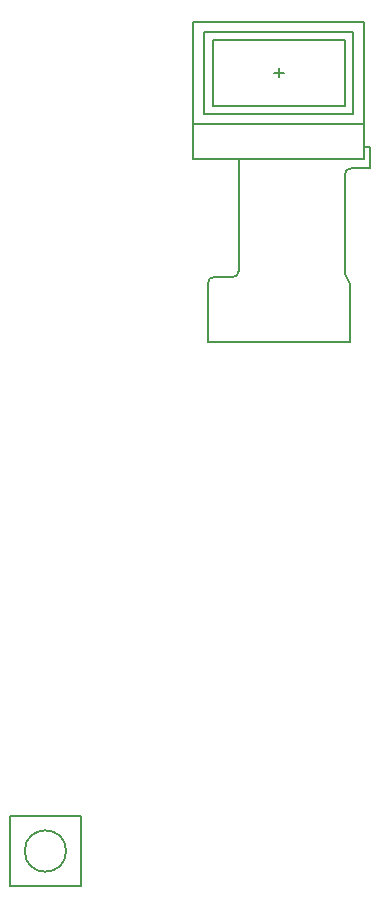
<source format=gbo>
G04 #@! TF.FileFunction,Legend,Bot*
%FSLAX46Y46*%
G04 Gerber Fmt 4.6, Leading zero omitted, Abs format (unit mm)*
G04 Created by KiCad (PCBNEW 4.0.7-e2-6376~58~ubuntu17.04.1) date Sat May  5 16:48:04 2018*
%MOMM*%
%LPD*%
G01*
G04 APERTURE LIST*
%ADD10C,0.100000*%
%ADD11C,0.150000*%
G04 APERTURE END LIST*
D10*
D11*
X106993000Y-137899000D02*
G75*
G03X106993000Y-137899000I-1750000J0D01*
G01*
X108243000Y-140899000D02*
X108243000Y-134899000D01*
X108243000Y-134899000D02*
X102243000Y-134899000D01*
X102243000Y-134899000D02*
X102243000Y-140899000D01*
X102243000Y-140899000D02*
X108243000Y-140899000D01*
X124604000Y-72005000D02*
X125404000Y-72005000D01*
X125004000Y-71605000D02*
X125004000Y-72405000D01*
X130604000Y-74795000D02*
X119404000Y-74795000D01*
X131294000Y-68515000D02*
X118714000Y-68515000D01*
X132254000Y-76305000D02*
X117754000Y-76305000D01*
X130604000Y-69215000D02*
X130604000Y-74795000D01*
X132704000Y-78305000D02*
X132304000Y-78305000D01*
X132754000Y-80105000D02*
X132754000Y-78305000D01*
X131104000Y-80105000D02*
X132704000Y-80105000D01*
X121104000Y-89305000D02*
X119504000Y-89305000D01*
X121604000Y-79305000D02*
X121604000Y-88805000D01*
X130604000Y-88605000D02*
X130604000Y-89005000D01*
X130604000Y-80605000D02*
X130604000Y-88605000D01*
X132254000Y-79305000D02*
X130604000Y-79305000D01*
X132254000Y-67705000D02*
X132254000Y-79305000D01*
X117754000Y-67705000D02*
X132254000Y-67705000D01*
X117754000Y-79305000D02*
X117754000Y-67705000D01*
X130604000Y-79305000D02*
X117754000Y-79305000D01*
X119004000Y-89805000D02*
G75*
G02X119504000Y-89305000I500000J0D01*
G01*
X131004000Y-94805000D02*
X131004000Y-89805000D01*
X119004000Y-94805000D02*
X119004000Y-89805000D01*
X131004000Y-94805000D02*
X119004000Y-94805000D01*
X130803999Y-89405000D02*
G75*
G02X131004000Y-89805000I-299999J-400000D01*
G01*
X121604000Y-88805000D02*
G75*
G02X121104000Y-89305000I-500000J0D01*
G01*
X130803999Y-89405000D02*
G75*
G02X130603998Y-89005000I299999J400000D01*
G01*
X130604000Y-80605000D02*
G75*
G02X131104000Y-80105000I500000J0D01*
G01*
X119404000Y-69215000D02*
X119404000Y-74795000D01*
X131294000Y-68515000D02*
X131294000Y-75495000D01*
X118714000Y-68515000D02*
X118714000Y-75495000D01*
X130604000Y-69215000D02*
X119404000Y-69215000D01*
X131294000Y-75495000D02*
X118714000Y-75495000D01*
M02*

</source>
